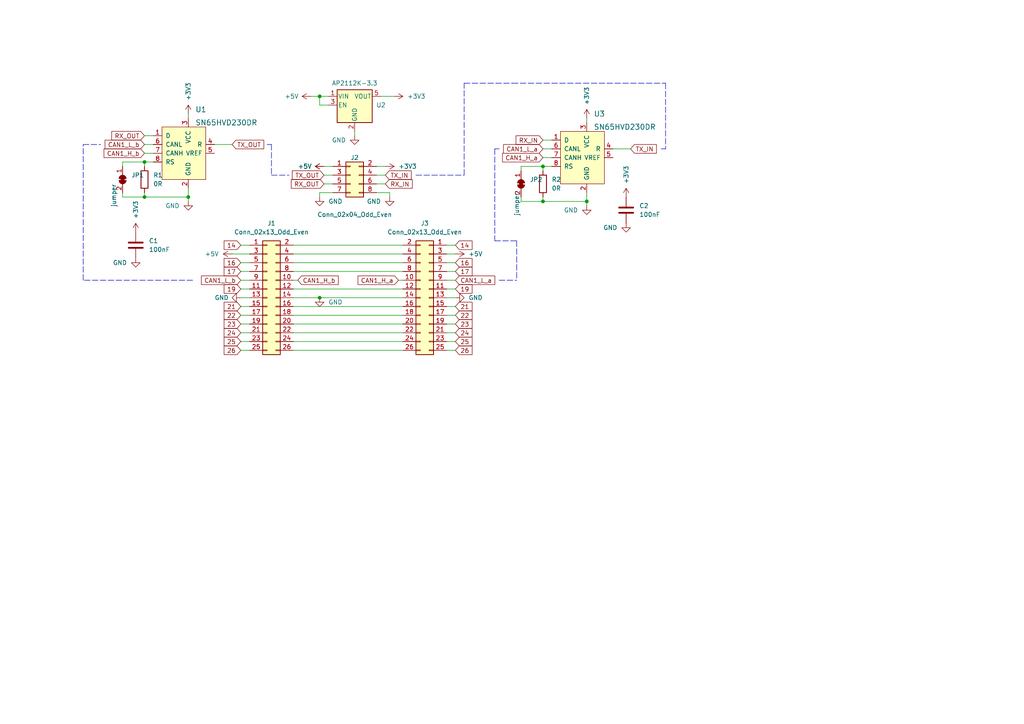
<source format=kicad_sch>
(kicad_sch (version 20211123) (generator eeschema)
  (paper "A4")
  (lib_symbols
    (symbol "Connector_Generic:Conn_02x04_Odd_Even" (pin_names (offset 1.016) hide)
      (property "Reference" "J" (at 1.27 5.08 0))
      (property "Value" "Conn_02x04_Odd_Even" (at 1.27 -7.62 0))
      (symbol "Conn_02x04_Odd_Even_1_1"
        (rectangle (start -1.27 -4.953) (end 0 -5.207) (stroke (width 0.1524)))
        (rectangle (start -1.27 -2.413) (end 0 -2.667) (stroke (width 0.1524)))
        (rectangle (start -1.27 0.127) (end 0 -0.127) (stroke (width 0.1524)))
        (rectangle (start -1.27 2.667) (end 0 2.413) (stroke (width 0.1524)))
        (rectangle (start -1.27 3.81) (end 3.81 -6.35) (stroke (width 0.254)) (fill (type background)))
        (rectangle (start 3.81 -4.953) (end 2.54 -5.207) (stroke (width 0.1524)))
        (rectangle (start 3.81 -2.413) (end 2.54 -2.667) (stroke (width 0.1524)))
        (rectangle (start 3.81 0.127) (end 2.54 -0.127) (stroke (width 0.1524)))
        (rectangle (start 3.81 2.667) (end 2.54 2.413) (stroke (width 0.1524)))
        (pin passive line (at -5.08 2.54 0) (length 3.81) (name "Pin_1") (number "1"))
        (pin passive line (at 7.62 2.54 180) (length 3.81) (name "Pin_2") (number "2"))
        (pin passive line (at -5.08 0 0) (length 3.81) (name "Pin_3") (number "3"))
        (pin passive line (at 7.62 0 180) (length 3.81) (name "Pin_4") (number "4"))
        (pin passive line (at -5.08 -2.54 0) (length 3.81) (name "Pin_5") (number "5"))
        (pin passive line (at 7.62 -2.54 180) (length 3.81) (name "Pin_6") (number "6"))
        (pin passive line (at -5.08 -5.08 0) (length 3.81) (name "Pin_7") (number "7"))
        (pin passive line (at 7.62 -5.08 180) (length 3.81) (name "Pin_8") (number "8"))
      )
    )
    (symbol "Connector_Generic:Conn_02x13_Odd_Even" (pin_names (offset 1.016) hide)
      (property "Reference" "J" (at 1.27 17.78 0))
      (property "Value" "Conn_02x13_Odd_Even" (at 1.27 -17.78 0))
      (symbol "Conn_02x13_Odd_Even_1_1"
        (rectangle (start -1.27 -15.113) (end 0 -15.367) (stroke (width 0.1524)))
        (rectangle (start -1.27 -12.573) (end 0 -12.827) (stroke (width 0.1524)))
        (rectangle (start -1.27 -10.033) (end 0 -10.287) (stroke (width 0.1524)))
        (rectangle (start -1.27 -7.493) (end 0 -7.747) (stroke (width 0.1524)))
        (rectangle (start -1.27 -4.953) (end 0 -5.207) (stroke (width 0.1524)))
        (rectangle (start -1.27 -2.413) (end 0 -2.667) (stroke (width 0.1524)))
        (rectangle (start -1.27 0.127) (end 0 -0.127) (stroke (width 0.1524)))
        (rectangle (start -1.27 2.667) (end 0 2.413) (stroke (width 0.1524)))
        (rectangle (start -1.27 5.207) (end 0 4.953) (stroke (width 0.1524)))
        (rectangle (start -1.27 7.747) (end 0 7.493) (stroke (width 0.1524)))
        (rectangle (start -1.27 10.287) (end 0 10.033) (stroke (width 0.1524)))
        (rectangle (start -1.27 12.827) (end 0 12.573) (stroke (width 0.1524)))
        (rectangle (start -1.27 15.367) (end 0 15.113) (stroke (width 0.1524)))
        (rectangle (start -1.27 16.51) (end 3.81 -16.51) (stroke (width 0.254)) (fill (type background)))
        (rectangle (start 3.81 -15.113) (end 2.54 -15.367) (stroke (width 0.1524)))
        (rectangle (start 3.81 -12.573) (end 2.54 -12.827) (stroke (width 0.1524)))
        (rectangle (start 3.81 -10.033) (end 2.54 -10.287) (stroke (width 0.1524)))
        (rectangle (start 3.81 -7.493) (end 2.54 -7.747) (stroke (width 0.1524)))
        (rectangle (start 3.81 -4.953) (end 2.54 -5.207) (stroke (width 0.1524)))
        (rectangle (start 3.81 -2.413) (end 2.54 -2.667) (stroke (width 0.1524)))
        (rectangle (start 3.81 0.127) (end 2.54 -0.127) (stroke (width 0.1524)))
        (rectangle (start 3.81 2.667) (end 2.54 2.413) (stroke (width 0.1524)))
        (rectangle (start 3.81 5.207) (end 2.54 4.953) (stroke (width 0.1524)))
        (rectangle (start 3.81 7.747) (end 2.54 7.493) (stroke (width 0.1524)))
        (rectangle (start 3.81 10.287) (end 2.54 10.033) (stroke (width 0.1524)))
        (rectangle (start 3.81 12.827) (end 2.54 12.573) (stroke (width 0.1524)))
        (rectangle (start 3.81 15.367) (end 2.54 15.113) (stroke (width 0.1524)))
        (pin passive line (at -5.08 15.24 0) (length 3.81) (name "Pin_1") (number "1"))
        (pin passive line (at 7.62 5.08 180) (length 3.81) (name "Pin_10") (number "10"))
        (pin passive line (at -5.08 2.54 0) (length 3.81) (name "Pin_11") (number "11"))
        (pin passive line (at 7.62 2.54 180) (length 3.81) (name "Pin_12") (number "12"))
        (pin passive line (at -5.08 0 0) (length 3.81) (name "Pin_13") (number "13"))
        (pin passive line (at 7.62 0 180) (length 3.81) (name "Pin_14") (number "14"))
        (pin passive line (at -5.08 -2.54 0) (length 3.81) (name "Pin_15") (number "15"))
        (pin passive line (at 7.62 -2.54 180) (length 3.81) (name "Pin_16") (number "16"))
        (pin passive line (at -5.08 -5.08 0) (length 3.81) (name "Pin_17") (number "17"))
        (pin passive line (at 7.62 -5.08 180) (length 3.81) (name "Pin_18") (number "18"))
        (pin passive line (at -5.08 -7.62 0) (length 3.81) (name "Pin_19") (number "19"))
        (pin passive line (at 7.62 15.24 180) (length 3.81) (name "Pin_2") (number "2"))
        (pin passive line (at 7.62 -7.62 180) (length 3.81) (name "Pin_20") (number "20"))
        (pin passive line (at -5.08 -10.16 0) (length 3.81) (name "Pin_21") (number "21"))
        (pin passive line (at 7.62 -10.16 180) (length 3.81) (name "Pin_22") (number "22"))
        (pin passive line (at -5.08 -12.7 0) (length 3.81) (name "Pin_23") (number "23"))
        (pin passive line (at 7.62 -12.7 180) (length 3.81) (name "Pin_24") (number "24"))
        (pin passive line (at -5.08 -15.24 0) (length 3.81) (name "Pin_25") (number "25"))
        (pin passive line (at 7.62 -15.24 180) (length 3.81) (name "Pin_26") (number "26"))
        (pin passive line (at -5.08 12.7 0) (length 3.81) (name "Pin_3") (number "3"))
        (pin passive line (at 7.62 12.7 180) (length 3.81) (name "Pin_4") (number "4"))
        (pin passive line (at -5.08 10.16 0) (length 3.81) (name "Pin_5") (number "5"))
        (pin passive line (at 7.62 10.16 180) (length 3.81) (name "Pin_6") (number "6"))
        (pin passive line (at -5.08 7.62 0) (length 3.81) (name "Pin_7") (number "7"))
        (pin passive line (at 7.62 7.62 180) (length 3.81) (name "Pin_8") (number "8"))
        (pin passive line (at -5.08 5.08 0) (length 3.81) (name "Pin_9") (number "9"))
      )
    )
    (symbol "Device:C" (pin_numbers hide) (pin_names (offset 0.254))
      (property "Reference" "C" (at 0.635 2.54 0))
      (property "Value" "C" (at 0.635 -2.54 0))
      (symbol "C_0_1"
        (polyline (pts (xy -2.032 -0.762) (xy 2.032 -0.762)) (stroke (width 0.508)))
        (polyline (pts (xy -2.032 0.762) (xy 2.032 0.762)) (stroke (width 0.508)))
      )
      (symbol "C_1_1"
        (pin passive line (at 0 3.81 270) (length 2.794) (name "~") (number "1"))
        (pin passive line (at 0 -3.81 90) (length 2.794) (name "~") (number "2"))
      )
    )
    (symbol "Device:R" (pin_numbers hide) (pin_names (offset 0))
      (property "Reference" "R" (at 2.032 0 90))
      (property "Value" "R" (at 0 0 90))
      (symbol "R_0_1"
        (rectangle (start -1.016 -2.54) (end 1.016 2.54) (stroke (width 0.254)))
      )
      (symbol "R_1_1"
        (pin passive line (at 0 3.81 270) (length 1.27) (name "~") (number "1"))
        (pin passive line (at 0 -3.81 90) (length 1.27) (name "~") (number "2"))
      )
    )
    (symbol "Jumper:SolderJumper_2_Bridged" (pin_names (offset 0) hide)
      (property "Reference" "JP" (at 0 2.032 0))
      (property "Value" "SolderJumper_2_Bridged" (at 0 -2.54 0))
      (symbol "SolderJumper_2_Bridged_0_1"
        (rectangle (start -0.508 0.508) (end 0.508 -0.508) (fill (type outline)))
        (arc (start -0.254 1.016) (mid -1.27 0) (end -0.254 -1.016))
        (arc (start -0.254 1.016) (mid -1.27 0) (end -0.254 -1.016) (fill (type outline)))
        (polyline (pts (xy -0.254 1.016) (xy -0.254 -1.016)))
        (polyline (pts (xy 0.254 1.016) (xy 0.254 -1.016)))
        (arc (start 0.254 -1.016) (mid 1.27 0) (end 0.254 1.016))
        (arc (start 0.254 -1.016) (mid 1.27 0) (end 0.254 1.016) (fill (type outline)))
      )
      (symbol "SolderJumper_2_Bridged_1_1"
        (pin passive line (at -3.81 0 0) (length 2.54) (name "A") (number "1"))
        (pin passive line (at 3.81 0 180) (length 2.54) (name "B") (number "2"))
      )
    )
    (symbol "Regulator_Linear:AP2112K-3.3" (pin_names (offset 0.254))
      (property "Reference" "U" (at -5.08 5.715 0))
      (property "Value" "AP2112K-3.3" (at 0 5.715 0))
      (symbol "AP2112K-3.3_0_1"
        (rectangle (start -5.08 4.445) (end 5.08 -5.08) (stroke (width 0.254)) (fill (type background)))
      )
      (symbol "AP2112K-3.3_1_1"
        (pin power_in line (at -7.62 2.54 0) (length 2.54) (name "VIN") (number "1"))
        (pin power_in line (at 0 -7.62 90) (length 2.54) (name "GND") (number "2"))
        (pin input line (at -7.62 0 0) (length 2.54) (name "EN") (number "3"))
        (pin no_connect line (at 5.08 0 180) (length 2.54) hide (name "NC") (number "4"))
        (pin power_out line (at 7.62 2.54 180) (length 2.54) (name "VOUT") (number "5"))
      )
    )
    (symbol "dk_Interface-Drivers-Receivers-Transceivers:SN65HVD230DR" (pin_names (offset 1.016))
      (property "Reference" "U" (at -2.54 1.27 0))
      (property "Value" "SN65HVD230DR" (at 5.08 -17.78 0))
      (symbol "SN65HVD230DR_0_1"
        (rectangle (start -5.08 0) (end 7.62 -15.24) (fill (type background)))
      )
      (symbol "SN65HVD230DR_1_1"
        (pin input line (at -7.62 -2.54 0) (length 2.54) (name "D") (number "1"))
        (pin power_in line (at 2.54 -17.78 90) (length 2.54) (name "GND") (number "2"))
        (pin power_in line (at 2.54 2.54 270) (length 2.54) (name "VCC") (number "3"))
        (pin output line (at 10.16 -5.08 180) (length 2.54) (name "R") (number "4"))
        (pin output line (at 10.16 -7.62 180) (length 2.54) (name "VREF") (number "5"))
        (pin bidirectional line (at -7.62 -5.08 0) (length 2.54) (name "CANL") (number "6"))
        (pin bidirectional line (at -7.62 -7.62 0) (length 2.54) (name "CANH") (number "7"))
        (pin input line (at -7.62 -10.16 0) (length 2.54) (name "RS") (number "8"))
      )
    )
    (symbol "power:+3V3" (power) (pin_names (offset 0))
      (property "Value" "+3V3" (at 0 3.556 0))
      (symbol "+3V3_0_1"
        (polyline (pts (xy -0.762 1.27) (xy 0 2.54)))
        (polyline (pts (xy 0 0) (xy 0 2.54)))
        (polyline (pts (xy 0 2.54) (xy 0.762 1.27)))
      )
      (symbol "+3V3_1_1"
        (pin power_in line (at 0 0 90) (length 0) hide (name "+3V3") (number "1"))
      )
    )
    (symbol "power:+5V" (power) (pin_names (offset 0))
      (property "Value" "+5V" (at 0 3.556 0))
      (symbol "+5V_0_1"
        (polyline (pts (xy -0.762 1.27) (xy 0 2.54)))
        (polyline (pts (xy 0 0) (xy 0 2.54)))
        (polyline (pts (xy 0 2.54) (xy 0.762 1.27)))
      )
      (symbol "+5V_1_1"
        (pin power_in line (at 0 0 90) (length 0) hide (name "+5V") (number "1"))
      )
    )
    (symbol "power:GND" (power) (pin_names (offset 0))
      (property "Value" "GND" (at 0 -3.81 0))
      (symbol "GND_0_1"
        (polyline (pts (xy 0 0) (xy 0 -1.27) (xy 1.27 -1.27) (xy 0 -2.54) (xy -1.27 -1.27) (xy 0 -1.27)))
      )
      (symbol "GND_1_1"
        (pin power_in line (at 0 0 270) (length 0) hide (name "GND") (number "1"))
      )
    )
  )
  (junction (at 54.61 57.15))
  (junction (at 41.91 46.99))
  (junction (at 157.48 58.42))
  (junction (at 41.91 57.15))
  (junction (at 92.71 86.36))
  (junction (at 157.48 48.26))
  (junction (at 170.18 58.42))
  (junction (at 92.71 27.94))
  (wire (pts (xy 41.91 41.91) (xy 44.45 41.91)))
  (wire (pts (xy 54.61 57.15) (xy 54.61 58.42)))
  (wire (pts (xy 111.76 50.8) (xy 109.22 50.8)))
  (wire (pts (xy 92.71 86.36) (xy 116.84 86.36)))
  (wire (pts (xy 69.85 76.2) (xy 72.39 76.2)))
  (wire (pts (xy 132.08 101.6) (xy 129.54 101.6)))
  (wire (pts (xy 67.31 73.66) (xy 72.39 73.66)))
  (wire (pts (xy 113.03 57.15) (xy 113.03 55.88)))
  (wire (pts (xy 157.48 58.42) (xy 170.18 58.42)))
  (wire (pts (xy 177.8 43.18) (xy 182.88 43.18)))
  (wire (pts (xy 157.48 45.72) (xy 160.02 45.72)))
  (wire (pts (xy 132.08 81.28) (xy 129.54 81.28)))
  (wire (pts (xy 92.71 27.94) (xy 92.71 30.48)))
  (polyline (pts (xy 191.77 43.18) (xy 193.04 43.18)))
  (wire (pts (xy 110.49 27.94) (xy 114.3 27.94)))
  (polyline (pts (xy 193.04 24.13) (xy 193.04 43.18)))
  (wire (pts (xy 132.08 71.12) (xy 129.54 71.12)))
  (polyline (pts (xy 148.59 24.13) (xy 193.04 24.13)))
  (wire (pts (xy 111.76 48.26) (xy 109.22 48.26)))
  (wire (pts (xy 92.71 55.88) (xy 96.52 55.88)))
  (wire (pts (xy 41.91 44.45) (xy 44.45 44.45)))
  (polyline (pts (xy 144.78 81.28) (xy 149.86 81.28)))
  (wire (pts (xy 35.56 55.88) (xy 35.56 57.15)))
  (wire (pts (xy 102.87 38.1) (xy 102.87 39.37)))
  (wire (pts (xy 85.09 78.74) (xy 116.84 78.74)))
  (wire (pts (xy 170.18 58.42) (xy 170.18 59.69)))
  (wire (pts (xy 92.71 27.94) (xy 95.25 27.94)))
  (wire (pts (xy 115.57 81.28) (xy 116.84 81.28)))
  (wire (pts (xy 69.85 93.98) (xy 72.39 93.98)))
  (polyline (pts (xy 149.86 69.85) (xy 149.86 81.28)))
  (wire (pts (xy 151.13 48.26) (xy 151.13 49.53)))
  (wire (pts (xy 132.08 93.98) (xy 129.54 93.98)))
  (polyline (pts (xy 77.47 41.91) (xy 78.74 41.91)))
  (wire (pts (xy 93.98 53.34) (xy 96.52 53.34)))
  (polyline (pts (xy 55.88 81.28) (xy 24.13 81.28)))
  (wire (pts (xy 151.13 57.15) (xy 151.13 58.42)))
  (wire (pts (xy 85.09 91.44) (xy 116.84 91.44)))
  (polyline (pts (xy 134.62 50.8) (xy 134.62 24.13)))
  (wire (pts (xy 69.85 88.9) (xy 72.39 88.9)))
  (polyline (pts (xy 78.74 41.91) (xy 78.74 50.8)))
  (wire (pts (xy 132.08 83.82) (xy 129.54 83.82)))
  (wire (pts (xy 85.09 88.9) (xy 116.84 88.9)))
  (wire (pts (xy 157.48 40.64) (xy 160.02 40.64)))
  (wire (pts (xy 157.48 48.26) (xy 157.48 49.53)))
  (wire (pts (xy 69.85 91.44) (xy 72.39 91.44)))
  (polyline (pts (xy 144.78 43.18) (xy 143.51 43.18)))
  (polyline (pts (xy 134.62 24.13) (xy 148.59 24.13)))
  (wire (pts (xy 170.18 55.88) (xy 170.18 58.42)))
  (wire (pts (xy 157.48 57.15) (xy 157.48 58.42)))
  (wire (pts (xy 170.18 35.56) (xy 170.18 34.29)))
  (polyline (pts (xy 24.13 81.28) (xy 24.13 41.91)))
  (wire (pts (xy 69.85 99.06) (xy 72.39 99.06)))
  (wire (pts (xy 69.85 78.74) (xy 72.39 78.74)))
  (wire (pts (xy 69.85 71.12) (xy 72.39 71.12)))
  (polyline (pts (xy 24.13 41.91) (xy 29.21 41.91)))
  (wire (pts (xy 85.09 83.82) (xy 116.84 83.82)))
  (wire (pts (xy 132.08 73.66) (xy 129.54 73.66)))
  (wire (pts (xy 62.23 41.91) (xy 67.31 41.91)))
  (polyline (pts (xy 120.65 50.8) (xy 134.62 50.8)))
  (wire (pts (xy 69.85 101.6) (xy 72.39 101.6)))
  (wire (pts (xy 157.48 43.18) (xy 160.02 43.18)))
  (wire (pts (xy 92.71 30.48) (xy 95.25 30.48)))
  (wire (pts (xy 132.08 76.2) (xy 129.54 76.2)))
  (wire (pts (xy 41.91 57.15) (xy 54.61 57.15)))
  (wire (pts (xy 132.08 78.74) (xy 129.54 78.74)))
  (wire (pts (xy 85.09 73.66) (xy 116.84 73.66)))
  (wire (pts (xy 85.09 96.52) (xy 116.84 96.52)))
  (wire (pts (xy 132.08 99.06) (xy 129.54 99.06)))
  (wire (pts (xy 69.85 86.36) (xy 72.39 86.36)))
  (wire (pts (xy 35.56 46.99) (xy 35.56 48.26)))
  (polyline (pts (xy 78.74 50.8) (xy 83.82 50.8)))
  (wire (pts (xy 85.09 99.06) (xy 116.84 99.06)))
  (wire (pts (xy 41.91 46.99) (xy 41.91 48.26)))
  (wire (pts (xy 151.13 48.26) (xy 157.48 48.26)))
  (wire (pts (xy 54.61 34.29) (xy 54.61 33.02)))
  (wire (pts (xy 132.08 91.44) (xy 129.54 91.44)))
  (wire (pts (xy 85.09 71.12) (xy 116.84 71.12)))
  (wire (pts (xy 111.76 53.34) (xy 109.22 53.34)))
  (wire (pts (xy 160.02 48.26) (xy 157.48 48.26)))
  (wire (pts (xy 92.71 57.15) (xy 92.71 55.88)))
  (wire (pts (xy 44.45 46.99) (xy 41.91 46.99)))
  (wire (pts (xy 41.91 39.37) (xy 44.45 39.37)))
  (wire (pts (xy 93.98 48.26) (xy 96.52 48.26)))
  (wire (pts (xy 85.09 101.6) (xy 116.84 101.6)))
  (wire (pts (xy 54.61 54.61) (xy 54.61 57.15)))
  (wire (pts (xy 113.03 55.88) (xy 109.22 55.88)))
  (wire (pts (xy 41.91 46.99) (xy 35.56 46.99)))
  (wire (pts (xy 69.85 96.52) (xy 72.39 96.52)))
  (wire (pts (xy 35.56 57.15) (xy 41.91 57.15)))
  (wire (pts (xy 41.91 55.88) (xy 41.91 57.15)))
  (wire (pts (xy 85.09 76.2) (xy 116.84 76.2)))
  (wire (pts (xy 85.09 93.98) (xy 116.84 93.98)))
  (wire (pts (xy 85.09 81.28) (xy 86.36 81.28)))
  (wire (pts (xy 85.09 86.36) (xy 92.71 86.36)))
  (wire (pts (xy 69.85 83.82) (xy 72.39 83.82)))
  (wire (pts (xy 93.98 50.8) (xy 96.52 50.8)))
  (wire (pts (xy 132.08 96.52) (xy 129.54 96.52)))
  (polyline (pts (xy 143.51 69.85) (xy 149.86 69.85)))
  (wire (pts (xy 69.85 81.28) (xy 72.39 81.28)))
  (wire (pts (xy 151.13 58.42) (xy 157.48 58.42)))
  (wire (pts (xy 132.08 86.36) (xy 129.54 86.36)))
  (wire (pts (xy 132.08 88.9) (xy 129.54 88.9)))
  (wire (pts (xy 90.17 27.94) (xy 92.71 27.94)))
  (polyline (pts (xy 143.51 43.18) (xy 143.51 69.85)))
  (global_label "26" (shape input) (at 69.85 101.6 180) (property "Intersheet References" "${INTERSHEET_REFS}" (effects hide)))
  (global_label "TX_OUT" (shape input) (at 67.31 41.91 0) (property "Intersheet References" "${INTERSHEET_REFS}" (effects hide)))
  (global_label "CAN1_H_b" (shape input) (at 41.91 44.45 180) (property "Intersheet References" "${INTERSHEET_REFS}" (effects hide)))
  (global_label "25" (shape input) (at 69.85 99.06 180) (property "Intersheet References" "${INTERSHEET_REFS}" (effects hide)))
  (global_label "RX_IN" (shape input) (at 157.48 40.64 180) (property "Intersheet References" "${INTERSHEET_REFS}" (effects hide)))
  (global_label "16" (shape input) (at 132.08 76.2 0) (property "Intersheet References" "${INTERSHEET_REFS}" (effects hide)))
  (global_label "TX_IN" (shape input) (at 111.76 50.8 0) (property "Intersheet References" "${INTERSHEET_REFS}" (effects hide)))
  (global_label "CAN1_L_a" (shape input) (at 132.08 81.28 0) (property "Intersheet References" "${INTERSHEET_REFS}" (effects hide)))
  (global_label "CAN1_H_a" (shape input) (at 115.57 81.28 180) (property "Intersheet References" "${INTERSHEET_REFS}" (effects hide)))
  (global_label "CAN1_L_a" (shape input) (at 157.48 43.18 180) (property "Intersheet References" "${INTERSHEET_REFS}" (effects hide)))
  (global_label "TX_OUT" (shape input) (at 93.98 50.8 180) (property "Intersheet References" "${INTERSHEET_REFS}" (effects hide)))
  (global_label "CAN1_H_a" (shape input) (at 157.48 45.72 180) (property "Intersheet References" "${INTERSHEET_REFS}" (effects hide)))
  (global_label "19" (shape input) (at 69.85 83.82 180) (property "Intersheet References" "${INTERSHEET_REFS}" (effects hide)))
  (global_label "17" (shape input) (at 69.85 78.74 180) (property "Intersheet References" "${INTERSHEET_REFS}" (effects hide)))
  (global_label "CAN1_L_b" (shape input) (at 69.85 81.28 180) (property "Intersheet References" "${INTERSHEET_REFS}" (effects hide)))
  (global_label "25" (shape input) (at 132.08 99.06 0) (property "Intersheet References" "${INTERSHEET_REFS}" (effects hide)))
  (global_label "19" (shape input) (at 132.08 83.82 0) (property "Intersheet References" "${INTERSHEET_REFS}" (effects hide)))
  (global_label "24" (shape input) (at 132.08 96.52 0) (property "Intersheet References" "${INTERSHEET_REFS}" (effects hide)))
  (global_label "16" (shape input) (at 69.85 76.2 180) (property "Intersheet References" "${INTERSHEET_REFS}" (effects hide)))
  (global_label "21" (shape input) (at 69.85 88.9 180) (property "Intersheet References" "${INTERSHEET_REFS}" (effects hide)))
  (global_label "22" (shape input) (at 132.08 91.44 0) (property "Intersheet References" "${INTERSHEET_REFS}" (effects hide)))
  (global_label "TX_IN" (shape input) (at 182.88 43.18 0) (property "Intersheet References" "${INTERSHEET_REFS}" (effects hide)))
  (global_label "21" (shape input) (at 132.08 88.9 0) (property "Intersheet References" "${INTERSHEET_REFS}" (effects hide)))
  (global_label "24" (shape input) (at 69.85 96.52 180) (property "Intersheet References" "${INTERSHEET_REFS}" (effects hide)))
  (global_label "CAN1_H_b" (shape input) (at 86.36 81.28 0) (property "Intersheet References" "${INTERSHEET_REFS}" (effects hide)))
  (global_label "23" (shape input) (at 132.08 93.98 0) (property "Intersheet References" "${INTERSHEET_REFS}" (effects hide)))
  (global_label "23" (shape input) (at 69.85 93.98 180) (property "Intersheet References" "${INTERSHEET_REFS}" (effects hide)))
  (global_label "RX_OUT" (shape input) (at 93.98 53.34 180) (property "Intersheet References" "${INTERSHEET_REFS}" (effects hide)))
  (global_label "RX_OUT" (shape input) (at 41.91 39.37 180) (property "Intersheet References" "${INTERSHEET_REFS}" (effects hide)))
  (global_label "17" (shape input) (at 132.08 78.74 0) (property "Intersheet References" "${INTERSHEET_REFS}" (effects hide)))
  (global_label "22" (shape input) (at 69.85 91.44 180) (property "Intersheet References" "${INTERSHEET_REFS}" (effects hide)))
  (global_label "14" (shape input) (at 132.08 71.12 0) (property "Intersheet References" "${INTERSHEET_REFS}" (effects hide)))
  (global_label "14" (shape input) (at 69.85 71.12 180) (property "Intersheet References" "${INTERSHEET_REFS}" (effects hide)))
  (global_label "CAN1_L_b" (shape input) (at 41.91 41.91 180) (property "Intersheet References" "${INTERSHEET_REFS}" (effects hide)))
  (global_label "26" (shape input) (at 132.08 101.6 0) (property "Intersheet References" "${INTERSHEET_REFS}" (effects hide)))
  (global_label "RX_IN" (shape input) (at 111.76 53.34 0) (property "Intersheet References" "${INTERSHEET_REFS}" (effects hide)))
  (symbol (lib_id "Device:C") (at 181.61 60.96 0) (unit 1)
    (property "Reference" "C2" (at 185.42 59.6899 0) (effects (justify left)))
    (property "Value" "100nF" (at 185.42 62.2299 0) (effects (justify left)))
    (property "Footprint" "Capacitor_SMD:C_0603_1608Metric_Pad1.08x0.95mm_HandSolder" (effects hide))
  )
  (symbol (lib_id "power:+3V3") (at 170.18 34.29 0) (unit 1)
    (property "Reference" "#PWR0103" (effects hide))
    (property "Value" "+3V3" (at 170.1799 30.48 90) (effects (justify left)))
  )
  (symbol (lib_id "Device:C") (at 39.37 71.12 0) (unit 1)
    (property "Reference" "C1" (at 43.18 69.8499 0) (effects (justify left)))
    (property "Value" "100nF" (at 43.18 72.3899 0) (effects (justify left)))
    (property "Footprint" "Capacitor_SMD:C_0603_1608Metric_Pad1.08x0.95mm_HandSolder" (effects hide))
  )
  (symbol (lib_id "power:+3V3") (at 54.61 33.02 0) (unit 1)
    (property "Reference" "#PWR0109" (effects hide))
    (property "Value" "+3V3" (at 54.6099 29.21 90) (effects (justify left)))
  )
  (symbol (lib_id "power:GND") (at 92.71 86.36 0) (unit 1)
    (property "Reference" "#PWR0105" (effects hide))
    (property "Value" "GND" (at 95.25 87.6299 0) (effects (justify left)))
  )
  (symbol (lib_id "dk_Interface-Drivers-Receivers-Transceivers:SN65HVD230DR") (at 167.64 38.1 0) (unit 1)
    (property "Reference" "U3" (at 172.1994 33.02 0) (effects (font (size 1.524 1.524)) (justify left)))
    (property "Value" "SN65HVD230DR" (at 172.1994 36.83 0) (effects (font (size 1.524 1.524)) (justify left)))
    (property "Footprint" "Package_SO:SOIC-8_3.9x4.9mm_P1.27mm" (effects hide))
    (property "Datasheet" "http://www.ti.com/general/docs/suppproductinfo.tsp?distId=10&gotoUrl=http%3A%2F%2Fwww.ti.com%2Flit%2Fgpn%2Fsn65hvd230" (effects hide))
    (property "Digi-Key_PN" "296-11654-1-ND" (effects hide))
    (property "MPN" "SN65HVD230DR" (effects hide))
    (property "Category" "Integrated Circuits (ICs)" (effects hide))
    (property "Family" "Interface - Drivers, Receivers, Transceivers" (effects hide))
    (property "DK_Datasheet_Link" "http://www.ti.com/general/docs/suppproductinfo.tsp?distId=10&gotoUrl=http%3A%2F%2Fwww.ti.com%2Flit%2Fgpn%2Fsn65hvd230" (effects hide))
    (property "DK_Detail_Page" "/product-detail/en/texas-instruments/SN65HVD230DR/296-11654-1-ND/404366" (effects hide))
    (property "Description" "IC TXRX CAN 1MBPS 3.3V 8SOIC" (effects hide))
    (property "Manufacturer" "Texas Instruments" (effects hide))
    (property "Status" "Active" (effects hide))
  )
  (symbol (lib_id "power:+5V") (at 67.31 73.66 90) (unit 1)
    (property "Reference" "#PWR0106" (effects hide))
    (property "Value" "+5V" (at 63.5 73.6599 90) (effects (justify left)))
  )
  (symbol (lib_id "power:GND") (at 132.08 86.36 90) (unit 1)
    (property "Reference" "#PWR0101" (effects hide))
    (property "Value" "GND" (at 135.89 86.3599 90) (effects (justify right)))
  )
  (symbol (lib_id "power:GND") (at 170.18 59.69 0) (mirror y) (unit 1)
    (property "Reference" "#PWR0104" (effects hide))
    (property "Value" "GND" (at 167.64 60.9599 0) (effects (justify left)))
  )
  (symbol (lib_id "Device:R") (at 157.48 53.34 0) (unit 1)
    (property "Reference" "R2" (at 160.02 52.0699 0) (effects (justify left)))
    (property "Value" "0R" (at 160.02 54.6099 0) (effects (justify left)))
    (property "Footprint" "Resistor_SMD:R_0603_1608Metric_Pad0.98x0.95mm_HandSolder" (effects hide))
  )
  (symbol (lib_id "power:+5V") (at 93.98 48.26 90) (unit 1)
    (property "Reference" "#PWR0116" (effects hide))
    (property "Value" "+5V" (at 86.36 48.26 90) (effects (justify right)))
  )
  (symbol (lib_id "Connector_Generic:Conn_02x13_Odd_Even") (at 77.47 86.36 0) (unit 1)
    (property "Reference" "J1" (at 78.74 64.77 0))
    (property "Value" "Conn_02x13_Odd_Even" (at 78.74 67.31 0))
    (property "Footprint" "Connector_IDC:IDC-Header_2x13_P2.54mm_Vertical" (effects hide))
  )
  (symbol (lib_id "power:+5V") (at 132.08 73.66 270) (unit 1)
    (property "Reference" "#PWR0102" (effects hide))
    (property "Value" "+5V" (at 135.89 73.6599 90) (effects (justify left)))
  )
  (symbol (lib_id "Connector_Generic:Conn_02x13_Odd_Even") (at 124.46 86.36 0) (mirror y) (unit 1)
    (property "Reference" "J3" (at 123.19 64.77 0))
    (property "Value" "Conn_02x13_Odd_Even" (at 123.19 67.31 0))
    (property "Footprint" "Connector_IDC:IDC-Header_2x13_P2.54mm_Vertical" (effects hide))
  )
  (symbol (lib_id "power:GND") (at 39.37 74.93 0) (mirror y) (unit 1)
    (property "Reference" "#PWR0118" (effects hide))
    (property "Value" "GND" (at 36.83 76.1999 0) (effects (justify left)))
  )
  (symbol (lib_id "power:+3V3") (at 39.37 67.31 0) (unit 1)
    (property "Reference" "#PWR0119" (effects hide))
    (property "Value" "+3V3" (at 39.3699 63.5 90) (effects (justify left)))
  )
  (symbol (lib_id "Regulator_Linear:AP2112K-3.3") (at 102.87 30.48 0) (unit 1)
    (property "Reference" "U2" (at 110.49 30.48 0))
    (property "Value" "AP2112K-3.3" (at 102.87 24.13 0))
    (property "Footprint" "Package_TO_SOT_SMD:SOT-23-5" (effects hide))
    (property "Datasheet" "https://www.diodes.com/assets/Datasheets/AP2112.pdf" (effects hide))
  )
  (symbol (lib_id "power:+3V3") (at 181.61 57.15 0) (unit 1)
    (property "Reference" "#PWR0120" (effects hide))
    (property "Value" "+3V3" (at 181.6099 53.34 90) (effects (justify left)))
  )
  (symbol (lib_id "power:GND") (at 102.87 39.37 0) (mirror y) (unit 1)
    (property "Reference" "#PWR0117" (effects hide))
    (property "Value" "GND" (at 100.33 40.6399 0) (effects (justify left)))
  )
  (symbol (lib_id "Device:R") (at 41.91 52.07 0) (unit 1)
    (property "Reference" "R1" (at 44.45 50.7999 0) (effects (justify left)))
    (property "Value" "0R" (at 44.45 53.3399 0) (effects (justify left)))
    (property "Footprint" "Resistor_SMD:R_0603_1608Metric_Pad0.98x0.95mm_HandSolder" (effects hide))
  )
  (symbol (lib_id "Jumper:SolderJumper_2_Bridged") (at 35.56 52.07 270) (unit 1)
    (property "Reference" "JP1" (at 38.1 50.7999 90) (effects (justify left)))
    (property "Value" "jumper" (at 33.02 53.34 0) (effects (justify left)))
    (property "Footprint" "Jumper:SolderJumper-2_P1.3mm_Bridged_RoundedPad1.0x1.5mm" (effects hide))
  )
  (symbol (lib_id "dk_Interface-Drivers-Receivers-Transceivers:SN65HVD230DR") (at 52.07 36.83 0) (unit 1)
    (property "Reference" "U1" (at 56.6294 31.75 0) (effects (font (size 1.524 1.524)) (justify left)))
    (property "Value" "SN65HVD230DR" (at 56.6294 35.56 0) (effects (font (size 1.524 1.524)) (justify left)))
    (property "Footprint" "Package_SO:SOIC-8_3.9x4.9mm_P1.27mm" (effects hide))
    (property "Datasheet" "http://www.ti.com/general/docs/suppproductinfo.tsp?distId=10&gotoUrl=http%3A%2F%2Fwww.ti.com%2Flit%2Fgpn%2Fsn65hvd230" (effects hide))
    (property "Digi-Key_PN" "296-11654-1-ND" (effects hide))
    (property "MPN" "SN65HVD230DR" (effects hide))
    (property "Category" "Integrated Circuits (ICs)" (effects hide))
    (property "Family" "Interface - Drivers, Receivers, Transceivers" (effects hide))
    (property "DK_Datasheet_Link" "http://www.ti.com/general/docs/suppproductinfo.tsp?distId=10&gotoUrl=http%3A%2F%2Fwww.ti.com%2Flit%2Fgpn%2Fsn65hvd230" (effects hide))
    (property "DK_Detail_Page" "/product-detail/en/texas-instruments/SN65HVD230DR/296-11654-1-ND/404366" (effects hide))
    (property "Description" "IC TXRX CAN 1MBPS 3.3V 8SOIC" (effects hide))
    (property "Manufacturer" "Texas Instruments" (effects hide))
    (property "Status" "Active" (effects hide))
  )
  (symbol (lib_id "power:GND") (at 54.61 58.42 0) (mirror y) (unit 1)
    (property "Reference" "#PWR0108" (effects hide))
    (property "Value" "GND" (at 52.07 59.6899 0) (effects (justify left)))
  )
  (symbol (lib_id "power:+5V") (at 90.17 27.94 90) (unit 1)
    (property "Reference" "#PWR0110" (effects hide))
    (property "Value" "+5V" (at 82.55 27.94 90) (effects (justify right)))
  )
  (symbol (lib_id "power:+3V3") (at 111.76 48.26 270) (unit 1)
    (property "Reference" "#PWR0114" (effects hide))
    (property "Value" "+3V3" (at 115.57 48.2599 90) (effects (justify left)))
  )
  (symbol (lib_id "Jumper:SolderJumper_2_Bridged") (at 151.13 53.34 270) (unit 1)
    (property "Reference" "JP2" (at 153.67 52.0699 90) (effects (justify left)))
    (property "Value" "jumper" (at 149.86 55.88 0) (effects (justify left)))
    (property "Footprint" "Jumper:SolderJumper-2_P1.3mm_Bridged_RoundedPad1.0x1.5mm" (effects hide))
  )
  (symbol (lib_id "power:GND") (at 92.71 57.15 0) (unit 1)
    (property "Reference" "#PWR0112" (effects hide))
    (property "Value" "GND" (at 95.25 58.4199 0) (effects (justify left)))
  )
  (symbol (lib_id "Connector_Generic:Conn_02x04_Odd_Even") (at 101.6 50.8 0) (unit 1)
    (property "Reference" "J2" (at 102.87 45.72 0))
    (property "Value" "Conn_02x04_Odd_Even" (at 102.87 62.23 0))
    (property "Footprint" "Connector_PinHeader_2.54mm:PinHeader_2x04_P2.54mm_Vertical" (effects hide))
  )
  (symbol (lib_id "power:+5V") (at 93.98 48.26 90) (unit 1)
    (property "Reference" "#PWR0115" (effects hide))
    (property "Value" "+5V" (at 86.36 48.26 90) (effects (justify right)))
  )
  (symbol (lib_id "power:+3V3") (at 114.3 27.94 270) (unit 1)
    (property "Reference" "#PWR0113" (effects hide))
    (property "Value" "+3V3" (at 118.11 27.9399 90) (effects (justify left)))
  )
  (symbol (lib_id "power:GND") (at 181.61 64.77 0) (mirror y) (unit 1)
    (property "Reference" "#PWR0121" (effects hide))
    (property "Value" "GND" (at 179.07 66.0399 0) (effects (justify left)))
  )
  (symbol (lib_id "power:GND") (at 113.03 57.15 0) (mirror y) (unit 1)
    (property "Reference" "#PWR0111" (effects hide))
    (property "Value" "GND" (at 110.49 58.4199 0) (effects (justify left)))
  )
  (symbol (lib_id "power:GND") (at 69.85 86.36 270) (unit 1)
    (property "Reference" "#PWR0107" (effects hide))
    (property "Value" "GND" (at 62.23 86.36 90) (effects (justify left)))
  )
)
</source>
